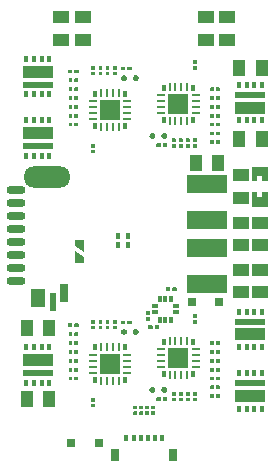
<source format=gbr>
G04*
G04 #@! TF.GenerationSoftware,Altium Limited,Altium Designer,24.8.2 (39)*
G04*
G04 Layer_Color=128*
%FSLAX25Y25*%
%MOIN*%
G70*
G04*
G04 #@! TF.SameCoordinates,30F909D6-0262-4237-A391-FF9CD089CF35*
G04*
G04*
G04 #@! TF.FilePolarity,Positive*
G04*
G01*
G75*
%ADD20R,0.01575X0.02362*%
%ADD21R,0.02756X0.04134*%
%ADD26R,0.09843X0.01968*%
%ADD27R,0.09843X0.03937*%
%ADD31R,0.01575X0.02126*%
%ADD33R,0.03937X0.05315*%
%ADD86R,0.06693X0.06693*%
%ADD95R,0.01968X0.01181*%
%ADD96R,0.01181X0.01968*%
%ADD97R,0.03150X0.02953*%
%ADD98R,0.05315X0.03937*%
%ADD99O,0.15748X0.07087*%
%ADD100R,0.03150X0.05906*%
%ADD101R,0.01968X0.05906*%
%ADD102O,0.06299X0.02756*%
%ADD103R,0.05118X0.06496*%
%ADD104R,0.02756X0.00984*%
%ADD105R,0.01339X0.01968*%
%ADD106R,0.00984X0.02756*%
%ADD107R,0.13780X0.06000*%
G36*
X68748Y138461D02*
Y137421D01*
X68654Y137327D01*
X67567D01*
X67472Y137421D01*
Y138461D01*
X67567Y138556D01*
X68654D01*
X68748Y138461D01*
D02*
G37*
G36*
Y136594D02*
Y135555D01*
X68654Y135460D01*
X67567D01*
X67472Y135555D01*
Y136594D01*
X67567Y136689D01*
X68654D01*
X68748Y136594D01*
D02*
G37*
G36*
X41976Y136493D02*
Y135453D01*
X41882Y135358D01*
X40795D01*
X40701Y135453D01*
Y136493D01*
X40795Y136587D01*
X41882D01*
X41976Y136493D01*
D02*
G37*
G36*
X39614D02*
Y135453D01*
X39520Y135358D01*
X38433D01*
X38339Y135453D01*
Y136493D01*
X38433Y136587D01*
X39520D01*
X39614Y136493D01*
D02*
G37*
G36*
X37252D02*
Y135453D01*
X37157Y135358D01*
X36071D01*
X35976Y135453D01*
Y136493D01*
X36071Y136587D01*
X37157D01*
X37252Y136493D01*
D02*
G37*
G36*
X34890D02*
Y135453D01*
X34795Y135358D01*
X33709D01*
X33614Y135453D01*
Y136493D01*
X33709Y136587D01*
X34795D01*
X34890Y136493D01*
D02*
G37*
G36*
X47080Y136370D02*
Y135284D01*
X46986Y135189D01*
X45689D01*
X45594Y135284D01*
Y136370D01*
X45689Y136465D01*
X46986D01*
X47080Y136370D01*
D02*
G37*
G36*
X44957D02*
Y135284D01*
X44862Y135189D01*
X43565D01*
X43471Y135284D01*
Y136370D01*
X43565Y136465D01*
X44862D01*
X44957Y136370D01*
D02*
G37*
G36*
X29364Y135386D02*
Y134299D01*
X29269Y134205D01*
X27972D01*
X27878Y134299D01*
Y135386D01*
X27972Y135480D01*
X29269D01*
X29364Y135386D01*
D02*
G37*
G36*
X27240D02*
Y134299D01*
X27146Y134205D01*
X25849D01*
X25754Y134299D01*
Y135386D01*
X25849Y135480D01*
X27146D01*
X27240Y135386D01*
D02*
G37*
G36*
X41976Y134626D02*
Y133586D01*
X41882Y133492D01*
X40795D01*
X40701Y133586D01*
Y134626D01*
X40795Y134721D01*
X41882D01*
X41976Y134626D01*
D02*
G37*
G36*
X39614D02*
Y133586D01*
X39520Y133492D01*
X38433D01*
X38339Y133586D01*
Y134626D01*
X38433Y134721D01*
X39520D01*
X39614Y134626D01*
D02*
G37*
G36*
X37252D02*
Y133586D01*
X37157Y133492D01*
X36071D01*
X35976Y133586D01*
Y134626D01*
X36071Y134721D01*
X37157D01*
X37252Y134626D01*
D02*
G37*
G36*
X34890D02*
Y133586D01*
X34795Y133492D01*
X33709D01*
X33614Y133586D01*
Y134626D01*
X33709Y134721D01*
X34795D01*
X34890Y134626D01*
D02*
G37*
G36*
X48522Y133661D02*
X48712Y133624D01*
X48891Y133549D01*
X49053Y133442D01*
X49190Y133305D01*
X49297Y133143D01*
X49372Y132964D01*
X49409Y132774D01*
Y132677D01*
Y132580D01*
X49372Y132390D01*
X49297Y132211D01*
X49190Y132050D01*
X49053Y131913D01*
X48891Y131805D01*
X48712Y131731D01*
X48522Y131693D01*
X48328D01*
X48138Y131731D01*
X47959Y131805D01*
X47798Y131913D01*
X47661Y132050D01*
X47553Y132211D01*
X47479Y132390D01*
X47441Y132580D01*
Y132677D01*
X47441Y132774D01*
X47479Y132964D01*
X47553Y133143D01*
X47661Y133305D01*
X47798Y133442D01*
X47959Y133549D01*
X48138Y133624D01*
X48328Y133661D01*
X48425D01*
X48522Y133661D01*
D02*
G37*
G36*
X44585D02*
X44775Y133624D01*
X44954Y133549D01*
X45116Y133442D01*
X45253Y133305D01*
X45360Y133143D01*
X45435Y132964D01*
X45472Y132774D01*
Y132677D01*
Y132580D01*
X45435Y132390D01*
X45360Y132211D01*
X45253Y132050D01*
X45116Y131913D01*
X44954Y131805D01*
X44775Y131731D01*
X44585Y131693D01*
X44391D01*
X44201Y131731D01*
X44022Y131805D01*
X43861Y131913D01*
X43724Y132050D01*
X43616Y132211D01*
X43542Y132390D01*
X43504Y132580D01*
Y132677D01*
X43504Y132774D01*
X43542Y132964D01*
X43616Y133143D01*
X43724Y133305D01*
X43861Y133442D01*
X44022Y133549D01*
X44201Y133624D01*
X44391Y133661D01*
X44488D01*
X44585Y133661D01*
D02*
G37*
G36*
X29107Y132433D02*
Y131346D01*
X29012Y131252D01*
X27972D01*
X27878Y131346D01*
Y132433D01*
X27972Y132528D01*
X29012D01*
X29107Y132433D01*
D02*
G37*
G36*
X27240D02*
Y131346D01*
X27146Y131252D01*
X26106D01*
X26011Y131346D01*
Y132433D01*
X26106Y132528D01*
X27146D01*
X27240Y132433D01*
D02*
G37*
G36*
X76351Y129480D02*
Y128394D01*
X76256Y128299D01*
X75217D01*
X75122Y128394D01*
Y129480D01*
X75217Y129575D01*
X76256D01*
X76351Y129480D01*
D02*
G37*
G36*
X74484D02*
Y128394D01*
X74390Y128299D01*
X73350D01*
X73255Y128394D01*
Y129480D01*
X73350Y129575D01*
X74390D01*
X74484Y129480D01*
D02*
G37*
G36*
X29107D02*
Y128394D01*
X29012Y128299D01*
X27972D01*
X27878Y128394D01*
Y129480D01*
X27972Y129575D01*
X29012D01*
X29107Y129480D01*
D02*
G37*
G36*
X27240D02*
Y128394D01*
X27146Y128299D01*
X26106D01*
X26011Y128394D01*
Y129480D01*
X26106Y129575D01*
X27146D01*
X27240Y129480D01*
D02*
G37*
G36*
X76351Y126528D02*
Y125441D01*
X76256Y125347D01*
X75217D01*
X75122Y125441D01*
Y126528D01*
X75217Y126622D01*
X76256D01*
X76351Y126528D01*
D02*
G37*
G36*
X74484D02*
Y125441D01*
X74390Y125347D01*
X73350D01*
X73255Y125441D01*
Y126528D01*
X73350Y126622D01*
X74390D01*
X74484Y126528D01*
D02*
G37*
G36*
X29107D02*
Y125441D01*
X29012Y125347D01*
X27972D01*
X27878Y125441D01*
Y126528D01*
X27972Y126622D01*
X29012D01*
X29107Y126528D01*
D02*
G37*
G36*
X27240D02*
Y125441D01*
X27146Y125347D01*
X26106D01*
X26011Y125441D01*
Y126528D01*
X26106Y126622D01*
X27146D01*
X27240Y126528D01*
D02*
G37*
G36*
X76351Y123575D02*
Y122488D01*
X76256Y122394D01*
X75217D01*
X75122Y122488D01*
Y123575D01*
X75217Y123669D01*
X76256D01*
X76351Y123575D01*
D02*
G37*
G36*
X74484D02*
Y122488D01*
X74390Y122394D01*
X73350D01*
X73255Y122488D01*
Y123575D01*
X73350Y123669D01*
X74390D01*
X74484Y123575D01*
D02*
G37*
G36*
X29107D02*
Y122488D01*
X29012Y122394D01*
X27972D01*
X27878Y122488D01*
Y123575D01*
X27972Y123669D01*
X29012D01*
X29107Y123575D01*
D02*
G37*
G36*
X27240D02*
Y122488D01*
X27146Y122394D01*
X26106D01*
X26011Y122488D01*
Y123575D01*
X26106Y123669D01*
X27146D01*
X27240Y123575D01*
D02*
G37*
G36*
X76351Y120622D02*
Y119535D01*
X76256Y119441D01*
X75217D01*
X75122Y119535D01*
Y120622D01*
X75217Y120717D01*
X76256D01*
X76351Y120622D01*
D02*
G37*
G36*
X74484D02*
Y119535D01*
X74390Y119441D01*
X73350D01*
X73255Y119535D01*
Y120622D01*
X73350Y120717D01*
X74390D01*
X74484Y120622D01*
D02*
G37*
G36*
X29107D02*
Y119535D01*
X29012Y119441D01*
X27972D01*
X27878Y119535D01*
Y120622D01*
X27972Y120717D01*
X29012D01*
X29107Y120622D01*
D02*
G37*
G36*
X27240D02*
Y119535D01*
X27146Y119441D01*
X26106D01*
X26011Y119535D01*
Y120622D01*
X26106Y120717D01*
X27146D01*
X27240Y120622D01*
D02*
G37*
G36*
X76351Y117669D02*
Y116583D01*
X76256Y116488D01*
X75217D01*
X75122Y116583D01*
Y117669D01*
X75217Y117764D01*
X76256D01*
X76351Y117669D01*
D02*
G37*
G36*
X74484D02*
Y116583D01*
X74390Y116488D01*
X73350D01*
X73255Y116583D01*
Y117669D01*
X73350Y117764D01*
X74390D01*
X74484Y117669D01*
D02*
G37*
G36*
X29107D02*
Y116583D01*
X29012Y116488D01*
X27972D01*
X27878Y116583D01*
Y117669D01*
X27972Y117764D01*
X29012D01*
X29107Y117669D01*
D02*
G37*
G36*
X27240D02*
Y116583D01*
X27146Y116488D01*
X26106D01*
X26011Y116583D01*
Y117669D01*
X26106Y117764D01*
X27146D01*
X27240Y117669D01*
D02*
G37*
G36*
X76351Y114716D02*
Y113630D01*
X76256Y113535D01*
X75217D01*
X75122Y113630D01*
Y114716D01*
X75217Y114811D01*
X76256D01*
X76351Y114716D01*
D02*
G37*
G36*
X74484D02*
Y113630D01*
X74390Y113535D01*
X73350D01*
X73255Y113630D01*
Y114716D01*
X73350Y114811D01*
X74390D01*
X74484Y114716D01*
D02*
G37*
G36*
X57971Y114370D02*
X58161Y114332D01*
X58340Y114258D01*
X58501Y114150D01*
X58639Y114013D01*
X58746Y113852D01*
X58820Y113673D01*
X58858Y113483D01*
Y113386D01*
Y113289D01*
X58820Y113099D01*
X58746Y112920D01*
X58639Y112758D01*
X58501Y112621D01*
X58340Y112514D01*
X58161Y112439D01*
X57971Y112402D01*
X57777D01*
X57587Y112439D01*
X57408Y112514D01*
X57247Y112621D01*
X57109Y112758D01*
X57002Y112920D01*
X56928Y113099D01*
X56890Y113289D01*
Y113386D01*
X56890Y113483D01*
X56928Y113673D01*
X57002Y113852D01*
X57109Y114013D01*
X57247Y114150D01*
X57408Y114258D01*
X57587Y114332D01*
X57777Y114370D01*
X57874D01*
X57971Y114370D01*
D02*
G37*
G36*
X54034D02*
X54224Y114332D01*
X54403Y114258D01*
X54564Y114150D01*
X54702Y114013D01*
X54809Y113852D01*
X54883Y113673D01*
X54921Y113483D01*
Y113386D01*
Y113289D01*
X54883Y113099D01*
X54809Y112920D01*
X54702Y112758D01*
X54564Y112621D01*
X54403Y112514D01*
X54224Y112439D01*
X54034Y112402D01*
X53840D01*
X53650Y112439D01*
X53471Y112514D01*
X53310Y112621D01*
X53172Y112758D01*
X53065Y112920D01*
X52991Y113099D01*
X52953Y113289D01*
Y113386D01*
X52953Y113483D01*
X52991Y113673D01*
X53065Y113852D01*
X53172Y114013D01*
X53310Y114150D01*
X53471Y114258D01*
X53650Y114332D01*
X53840Y114370D01*
X53937D01*
X54034Y114370D01*
D02*
G37*
G36*
X68748Y112477D02*
Y111437D01*
X68654Y111343D01*
X67567D01*
X67472Y111437D01*
Y112477D01*
X67567Y112571D01*
X68654D01*
X68748Y112477D01*
D02*
G37*
G36*
X66386D02*
Y111437D01*
X66291Y111343D01*
X65205D01*
X65110Y111437D01*
Y112477D01*
X65205Y112571D01*
X66291D01*
X66386Y112477D01*
D02*
G37*
G36*
X64024D02*
Y111437D01*
X63929Y111343D01*
X62843D01*
X62748Y111437D01*
Y112477D01*
X62843Y112571D01*
X63929D01*
X64024Y112477D01*
D02*
G37*
G36*
X61661D02*
Y111437D01*
X61567Y111343D01*
X60480D01*
X60386Y111437D01*
Y112477D01*
X60480Y112571D01*
X61567D01*
X61661Y112477D01*
D02*
G37*
G36*
X76608Y111764D02*
Y110677D01*
X76513Y110583D01*
X75217D01*
X75122Y110677D01*
Y111764D01*
X75217Y111858D01*
X76513D01*
X76608Y111764D01*
D02*
G37*
G36*
X74484D02*
Y110677D01*
X74390Y110583D01*
X73093D01*
X72998Y110677D01*
Y111764D01*
X73093Y111858D01*
X74390D01*
X74484Y111764D01*
D02*
G37*
G36*
X58891Y110780D02*
Y109693D01*
X58797Y109598D01*
X57500D01*
X57406Y109693D01*
Y110780D01*
X57500Y110874D01*
X58797D01*
X58891Y110780D01*
D02*
G37*
G36*
X56768D02*
Y109693D01*
X56673Y109598D01*
X55376D01*
X55282Y109693D01*
Y110780D01*
X55376Y110874D01*
X56673D01*
X56768Y110780D01*
D02*
G37*
G36*
X68748Y110610D02*
Y109570D01*
X68654Y109476D01*
X67567D01*
X67472Y109570D01*
Y110610D01*
X67567Y110705D01*
X68654D01*
X68748Y110610D01*
D02*
G37*
G36*
X66386D02*
Y109570D01*
X66291Y109476D01*
X65205D01*
X65110Y109570D01*
Y110610D01*
X65205Y110705D01*
X66291D01*
X66386Y110610D01*
D02*
G37*
G36*
X64024D02*
Y109570D01*
X63929Y109476D01*
X62843D01*
X62748Y109570D01*
Y110610D01*
X62843Y110705D01*
X63929D01*
X64024Y110610D01*
D02*
G37*
G36*
X61661D02*
Y109570D01*
X61567Y109476D01*
X60480D01*
X60386Y109570D01*
Y110610D01*
X60480Y110705D01*
X61567D01*
X61661Y110610D01*
D02*
G37*
G36*
X34890Y110508D02*
Y109468D01*
X34795Y109374D01*
X33709D01*
X33614Y109468D01*
Y110508D01*
X33709Y110603D01*
X34795D01*
X34890Y110508D01*
D02*
G37*
G36*
Y108642D02*
Y107602D01*
X34795Y107507D01*
X33709D01*
X33614Y107602D01*
Y108642D01*
X33709Y108736D01*
X34795D01*
X34890Y108642D01*
D02*
G37*
G36*
X92480Y102953D02*
Y98425D01*
X92283Y98228D01*
X90630Y98248D01*
Y99980D01*
X88858D01*
Y98209D01*
X87244Y98228D01*
X87047Y98425D01*
Y102953D01*
X87244Y103150D01*
X92283D01*
X92480Y102953D01*
D02*
G37*
G36*
Y94488D02*
Y89961D01*
X92283Y89764D01*
X87244D01*
X87047Y89961D01*
Y94488D01*
X87244Y94685D01*
X88858Y94665D01*
Y92933D01*
X90630D01*
Y94685D01*
X92283Y94685D01*
X92480Y94488D01*
D02*
G37*
G36*
X31028Y74553D02*
X28028Y76553D01*
Y78553D01*
X31028D01*
Y74553D01*
D02*
G37*
G36*
X31028Y73053D02*
Y71053D01*
X28028D01*
Y75053D01*
X31028Y73053D01*
D02*
G37*
G36*
X62041Y62748D02*
Y61661D01*
X61947Y61567D01*
X60650D01*
X60555Y61661D01*
Y62748D01*
X60650Y62843D01*
X61947D01*
X62041Y62748D01*
D02*
G37*
G36*
X59917D02*
Y61661D01*
X59823Y61567D01*
X58526D01*
X58431Y61661D01*
Y62748D01*
X58526Y62843D01*
X59823D01*
X59917Y62748D01*
D02*
G37*
G36*
X53000Y55057D02*
Y53760D01*
X52905Y53665D01*
X51819D01*
X51724Y53760D01*
Y55057D01*
X51819Y55151D01*
X52905D01*
X53000Y55057D01*
D02*
G37*
G36*
X68748Y53816D02*
Y52776D01*
X68654Y52681D01*
X67567D01*
X67472Y52776D01*
Y53816D01*
X67567Y53910D01*
X68654D01*
X68748Y53816D01*
D02*
G37*
G36*
X53000Y52933D02*
Y51636D01*
X52905Y51542D01*
X51819D01*
X51724Y51636D01*
Y52933D01*
X51819Y53028D01*
X52905D01*
X53000Y52933D01*
D02*
G37*
G36*
X68748Y51949D02*
Y50909D01*
X68654Y50814D01*
X67567D01*
X67472Y50909D01*
Y51949D01*
X67567Y52043D01*
X68654D01*
X68748Y51949D01*
D02*
G37*
G36*
X41976Y51847D02*
Y50807D01*
X41882Y50713D01*
X40795D01*
X40701Y50807D01*
Y51847D01*
X40795Y51941D01*
X41882D01*
X41976Y51847D01*
D02*
G37*
G36*
X39614D02*
Y50807D01*
X39520Y50713D01*
X38433D01*
X38339Y50807D01*
Y51847D01*
X38433Y51941D01*
X39520D01*
X39614Y51847D01*
D02*
G37*
G36*
X37252D02*
Y50807D01*
X37157Y50713D01*
X36071D01*
X35976Y50807D01*
Y51847D01*
X36071Y51941D01*
X37157D01*
X37252Y51847D01*
D02*
G37*
G36*
X34890D02*
Y50807D01*
X34795Y50713D01*
X33709D01*
X33614Y50807D01*
Y51847D01*
X33709Y51941D01*
X34795D01*
X34890Y51847D01*
D02*
G37*
G36*
X47080Y51724D02*
Y50638D01*
X46986Y50543D01*
X45689D01*
X45594Y50638D01*
Y51724D01*
X45689Y51819D01*
X46986D01*
X47080Y51724D01*
D02*
G37*
G36*
X44957D02*
Y50638D01*
X44862Y50543D01*
X43565D01*
X43471Y50638D01*
Y51724D01*
X43565Y51819D01*
X44862D01*
X44957Y51724D01*
D02*
G37*
G36*
X29364Y50740D02*
Y49654D01*
X29269Y49559D01*
X27972D01*
X27878Y49654D01*
Y50740D01*
X27972Y50835D01*
X29269D01*
X29364Y50740D01*
D02*
G37*
G36*
X27240D02*
Y49654D01*
X27146Y49559D01*
X25849D01*
X25754Y49654D01*
Y50740D01*
X25849Y50835D01*
X27146D01*
X27240Y50740D01*
D02*
G37*
G36*
X56136Y50150D02*
Y49063D01*
X56041Y48968D01*
X54744D01*
X54650Y49063D01*
Y50150D01*
X54744Y50244D01*
X56041D01*
X56136Y50150D01*
D02*
G37*
G36*
X54012D02*
Y49063D01*
X53917Y48968D01*
X52620D01*
X52526Y49063D01*
Y50150D01*
X52620Y50244D01*
X53917D01*
X54012Y50150D01*
D02*
G37*
G36*
X41976Y49980D02*
Y48940D01*
X41882Y48846D01*
X40795D01*
X40701Y48940D01*
Y49980D01*
X40795Y50075D01*
X41882D01*
X41976Y49980D01*
D02*
G37*
G36*
X39614D02*
Y48940D01*
X39520Y48846D01*
X38433D01*
X38339Y48940D01*
Y49980D01*
X38433Y50075D01*
X39520D01*
X39614Y49980D01*
D02*
G37*
G36*
X37252D02*
Y48940D01*
X37157Y48846D01*
X36071D01*
X35976Y48940D01*
Y49980D01*
X36071Y50075D01*
X37157D01*
X37252Y49980D01*
D02*
G37*
G36*
X34890D02*
Y48940D01*
X34795Y48846D01*
X33709D01*
X33614Y48940D01*
Y49980D01*
X33709Y50075D01*
X34795D01*
X34890Y49980D01*
D02*
G37*
G36*
X48522Y49016D02*
X48712Y48978D01*
X48891Y48904D01*
X49053Y48796D01*
X49190Y48659D01*
X49297Y48498D01*
X49372Y48319D01*
X49409Y48128D01*
Y48031D01*
Y47935D01*
X49372Y47744D01*
X49297Y47565D01*
X49190Y47404D01*
X49053Y47267D01*
X48891Y47159D01*
X48712Y47085D01*
X48522Y47047D01*
X48328D01*
X48138Y47085D01*
X47959Y47159D01*
X47798Y47267D01*
X47661Y47404D01*
X47553Y47565D01*
X47479Y47744D01*
X47441Y47935D01*
Y48031D01*
X47441Y48128D01*
X47479Y48319D01*
X47553Y48498D01*
X47661Y48659D01*
X47798Y48796D01*
X47959Y48904D01*
X48138Y48978D01*
X48328Y49016D01*
X48425D01*
X48522Y49016D01*
D02*
G37*
G36*
X44585D02*
X44775Y48978D01*
X44954Y48904D01*
X45116Y48796D01*
X45253Y48659D01*
X45360Y48498D01*
X45435Y48319D01*
X45472Y48128D01*
Y48031D01*
Y47935D01*
X45435Y47744D01*
X45360Y47565D01*
X45253Y47404D01*
X45116Y47267D01*
X44954Y47159D01*
X44775Y47085D01*
X44585Y47047D01*
X44391D01*
X44201Y47085D01*
X44022Y47159D01*
X43861Y47267D01*
X43724Y47404D01*
X43616Y47565D01*
X43542Y47744D01*
X43504Y47935D01*
Y48031D01*
X43504Y48128D01*
X43542Y48319D01*
X43616Y48498D01*
X43724Y48659D01*
X43861Y48796D01*
X44022Y48904D01*
X44201Y48978D01*
X44391Y49016D01*
X44488D01*
X44585Y49016D01*
D02*
G37*
G36*
X29107Y47787D02*
Y46701D01*
X29012Y46606D01*
X27972D01*
X27878Y46701D01*
Y47787D01*
X27972Y47882D01*
X29012D01*
X29107Y47787D01*
D02*
G37*
G36*
X27240D02*
Y46701D01*
X27146Y46606D01*
X26106D01*
X26011Y46701D01*
Y47787D01*
X26106Y47882D01*
X27146D01*
X27240Y47787D01*
D02*
G37*
G36*
X76351Y44835D02*
Y43748D01*
X76256Y43654D01*
X75217D01*
X75122Y43748D01*
Y44835D01*
X75217Y44929D01*
X76256D01*
X76351Y44835D01*
D02*
G37*
G36*
X74484D02*
Y43748D01*
X74390Y43654D01*
X73350D01*
X73255Y43748D01*
Y44835D01*
X73350Y44929D01*
X74390D01*
X74484Y44835D01*
D02*
G37*
G36*
X29107D02*
Y43748D01*
X29012Y43654D01*
X27972D01*
X27878Y43748D01*
Y44835D01*
X27972Y44929D01*
X29012D01*
X29107Y44835D01*
D02*
G37*
G36*
X27240D02*
Y43748D01*
X27146Y43654D01*
X26106D01*
X26011Y43748D01*
Y44835D01*
X26106Y44929D01*
X27146D01*
X27240Y44835D01*
D02*
G37*
G36*
X76351Y41882D02*
Y40795D01*
X76256Y40701D01*
X75217D01*
X75122Y40795D01*
Y41882D01*
X75217Y41976D01*
X76256D01*
X76351Y41882D01*
D02*
G37*
G36*
X74484D02*
Y40795D01*
X74390Y40701D01*
X73350D01*
X73255Y40795D01*
Y41882D01*
X73350Y41976D01*
X74390D01*
X74484Y41882D01*
D02*
G37*
G36*
X29107D02*
Y40795D01*
X29012Y40701D01*
X27972D01*
X27878Y40795D01*
Y41882D01*
X27972Y41976D01*
X29012D01*
X29107Y41882D01*
D02*
G37*
G36*
X27240D02*
Y40795D01*
X27146Y40701D01*
X26106D01*
X26011Y40795D01*
Y41882D01*
X26106Y41976D01*
X27146D01*
X27240Y41882D01*
D02*
G37*
G36*
X76351Y38929D02*
Y37843D01*
X76256Y37748D01*
X75217D01*
X75122Y37843D01*
Y38929D01*
X75217Y39024D01*
X76256D01*
X76351Y38929D01*
D02*
G37*
G36*
X74484D02*
Y37843D01*
X74390Y37748D01*
X73350D01*
X73255Y37843D01*
Y38929D01*
X73350Y39024D01*
X74390D01*
X74484Y38929D01*
D02*
G37*
G36*
X29107D02*
Y37843D01*
X29012Y37748D01*
X27972D01*
X27878Y37843D01*
Y38929D01*
X27972Y39024D01*
X29012D01*
X29107Y38929D01*
D02*
G37*
G36*
X27240D02*
Y37843D01*
X27146Y37748D01*
X26106D01*
X26011Y37843D01*
Y38929D01*
X26106Y39024D01*
X27146D01*
X27240Y38929D01*
D02*
G37*
G36*
X76351Y35976D02*
Y34890D01*
X76256Y34795D01*
X75217D01*
X75122Y34890D01*
Y35976D01*
X75217Y36071D01*
X76256D01*
X76351Y35976D01*
D02*
G37*
G36*
X74484D02*
Y34890D01*
X74390Y34795D01*
X73350D01*
X73255Y34890D01*
Y35976D01*
X73350Y36071D01*
X74390D01*
X74484Y35976D01*
D02*
G37*
G36*
X29107D02*
Y34890D01*
X29012Y34795D01*
X27972D01*
X27878Y34890D01*
Y35976D01*
X27972Y36071D01*
X29012D01*
X29107Y35976D01*
D02*
G37*
G36*
X27240D02*
Y34890D01*
X27146Y34795D01*
X26106D01*
X26011Y34890D01*
Y35976D01*
X26106Y36071D01*
X27146D01*
X27240Y35976D01*
D02*
G37*
G36*
X76351Y33024D02*
Y31937D01*
X76256Y31842D01*
X75217D01*
X75122Y31937D01*
Y33024D01*
X75217Y33118D01*
X76256D01*
X76351Y33024D01*
D02*
G37*
G36*
X74484D02*
Y31937D01*
X74390Y31842D01*
X73350D01*
X73255Y31937D01*
Y33024D01*
X73350Y33118D01*
X74390D01*
X74484Y33024D01*
D02*
G37*
G36*
X29107D02*
Y31937D01*
X29012Y31842D01*
X27972D01*
X27878Y31937D01*
Y33024D01*
X27972Y33118D01*
X29012D01*
X29107Y33024D01*
D02*
G37*
G36*
X27240D02*
Y31937D01*
X27146Y31842D01*
X26106D01*
X26011Y31937D01*
Y33024D01*
X26106Y33118D01*
X27146D01*
X27240Y33024D01*
D02*
G37*
G36*
X76351Y30071D02*
Y28984D01*
X76256Y28890D01*
X75217D01*
X75122Y28984D01*
Y30071D01*
X75217Y30165D01*
X76256D01*
X76351Y30071D01*
D02*
G37*
G36*
X74484D02*
Y28984D01*
X74390Y28890D01*
X73350D01*
X73255Y28984D01*
Y30071D01*
X73350Y30165D01*
X74390D01*
X74484Y30071D01*
D02*
G37*
G36*
X57971Y29724D02*
X58161Y29687D01*
X58340Y29612D01*
X58501Y29505D01*
X58639Y29368D01*
X58746Y29206D01*
X58820Y29027D01*
X58858Y28837D01*
Y28740D01*
Y28643D01*
X58820Y28453D01*
X58746Y28274D01*
X58639Y28113D01*
X58501Y27976D01*
X58340Y27868D01*
X58161Y27794D01*
X57971Y27756D01*
X57777D01*
X57587Y27794D01*
X57408Y27868D01*
X57247Y27976D01*
X57109Y28113D01*
X57002Y28274D01*
X56928Y28453D01*
X56890Y28643D01*
Y28740D01*
X56890Y28837D01*
X56928Y29027D01*
X57002Y29206D01*
X57109Y29368D01*
X57247Y29505D01*
X57408Y29612D01*
X57587Y29687D01*
X57777Y29724D01*
X57874D01*
X57971Y29724D01*
D02*
G37*
G36*
X54034D02*
X54224Y29687D01*
X54403Y29612D01*
X54564Y29505D01*
X54702Y29368D01*
X54809Y29206D01*
X54883Y29027D01*
X54921Y28837D01*
Y28740D01*
Y28643D01*
X54883Y28453D01*
X54809Y28274D01*
X54702Y28113D01*
X54564Y27976D01*
X54403Y27868D01*
X54224Y27794D01*
X54034Y27756D01*
X53840D01*
X53650Y27794D01*
X53471Y27868D01*
X53310Y27976D01*
X53172Y28113D01*
X53065Y28274D01*
X52991Y28453D01*
X52953Y28643D01*
Y28740D01*
X52953Y28837D01*
X52991Y29027D01*
X53065Y29206D01*
X53172Y29368D01*
X53310Y29505D01*
X53471Y29612D01*
X53650Y29687D01*
X53840Y29724D01*
X53937D01*
X54034Y29724D01*
D02*
G37*
G36*
X68748Y27831D02*
Y26791D01*
X68654Y26697D01*
X67567D01*
X67472Y26791D01*
Y27831D01*
X67567Y27926D01*
X68654D01*
X68748Y27831D01*
D02*
G37*
G36*
X66386D02*
Y26791D01*
X66291Y26697D01*
X65205D01*
X65110Y26791D01*
Y27831D01*
X65205Y27926D01*
X66291D01*
X66386Y27831D01*
D02*
G37*
G36*
X64024D02*
Y26791D01*
X63929Y26697D01*
X62843D01*
X62748Y26791D01*
Y27831D01*
X62843Y27926D01*
X63929D01*
X64024Y27831D01*
D02*
G37*
G36*
X61661D02*
Y26791D01*
X61567Y26697D01*
X60480D01*
X60386Y26791D01*
Y27831D01*
X60480Y27926D01*
X61567D01*
X61661Y27831D01*
D02*
G37*
G36*
X76608Y27118D02*
Y26032D01*
X76513Y25937D01*
X75217D01*
X75122Y26032D01*
Y27118D01*
X75217Y27213D01*
X76513D01*
X76608Y27118D01*
D02*
G37*
G36*
X74484D02*
Y26032D01*
X74390Y25937D01*
X73093D01*
X72998Y26032D01*
Y27118D01*
X73093Y27213D01*
X74390D01*
X74484Y27118D01*
D02*
G37*
G36*
X58891Y26134D02*
Y25047D01*
X58797Y24953D01*
X57500D01*
X57406Y25047D01*
Y26134D01*
X57500Y26228D01*
X58797D01*
X58891Y26134D01*
D02*
G37*
G36*
X56768D02*
Y25047D01*
X56673Y24953D01*
X55376D01*
X55282Y25047D01*
Y26134D01*
X55376Y26228D01*
X56673D01*
X56768Y26134D01*
D02*
G37*
G36*
X68748Y25965D02*
Y24925D01*
X68654Y24830D01*
X67567D01*
X67472Y24925D01*
Y25965D01*
X67567Y26059D01*
X68654D01*
X68748Y25965D01*
D02*
G37*
G36*
X66386D02*
Y24925D01*
X66291Y24830D01*
X65205D01*
X65110Y24925D01*
Y25965D01*
X65205Y26059D01*
X66291D01*
X66386Y25965D01*
D02*
G37*
G36*
X64024D02*
Y24925D01*
X63929Y24830D01*
X62843D01*
X62748Y24925D01*
Y25965D01*
X62843Y26059D01*
X63929D01*
X64024Y25965D01*
D02*
G37*
G36*
X61661D02*
Y24925D01*
X61567Y24830D01*
X60480D01*
X60386Y24925D01*
Y25965D01*
X60480Y26059D01*
X61567D01*
X61661Y25965D01*
D02*
G37*
G36*
X34890Y25863D02*
Y24823D01*
X34795Y24728D01*
X33709D01*
X33614Y24823D01*
Y25863D01*
X33709Y25957D01*
X34795D01*
X34890Y25863D01*
D02*
G37*
G36*
Y23996D02*
Y22956D01*
X34795Y22862D01*
X33709D01*
X33614Y22956D01*
Y23996D01*
X33709Y24091D01*
X34795D01*
X34890Y23996D01*
D02*
G37*
G36*
X54772Y23304D02*
Y22264D01*
X54677Y22169D01*
X53591D01*
X53496Y22264D01*
Y23304D01*
X53591Y23398D01*
X54677D01*
X54772Y23304D01*
D02*
G37*
G36*
X52803D02*
Y22264D01*
X52709Y22169D01*
X51622D01*
X51528Y22264D01*
Y23304D01*
X51622Y23398D01*
X52709D01*
X52803Y23304D01*
D02*
G37*
G36*
X50835D02*
Y22264D01*
X50740Y22169D01*
X49654D01*
X49559Y22264D01*
Y23304D01*
X49654Y23398D01*
X50740D01*
X50835Y23304D01*
D02*
G37*
G36*
X48866D02*
Y22264D01*
X48772Y22169D01*
X47685D01*
X47591Y22264D01*
Y23304D01*
X47685Y23398D01*
X48772D01*
X48866Y23304D01*
D02*
G37*
G36*
X54772Y21437D02*
Y20397D01*
X54677Y20303D01*
X53591D01*
X53496Y20397D01*
Y21437D01*
X53591Y21531D01*
X54677D01*
X54772Y21437D01*
D02*
G37*
G36*
X52803D02*
Y20397D01*
X52709Y20303D01*
X51622D01*
X51528Y20397D01*
Y21437D01*
X51622Y21531D01*
X52709D01*
X52803Y21437D01*
D02*
G37*
G36*
X50835D02*
Y20397D01*
X50740Y20303D01*
X49654D01*
X49559Y20397D01*
Y21437D01*
X49654Y21531D01*
X50740D01*
X50835Y21437D01*
D02*
G37*
G36*
X48866D02*
Y20397D01*
X48772Y20303D01*
X47685D01*
X47591Y20397D01*
Y21437D01*
X47685Y21531D01*
X48772D01*
X48866Y21437D01*
D02*
G37*
D20*
X45276Y12549D02*
D03*
X47639D02*
D03*
X50000D02*
D03*
X52363D02*
D03*
X54725D02*
D03*
X57087D02*
D03*
X19587Y31102D02*
D03*
X17028D02*
D03*
X14469D02*
D03*
X11909D02*
D03*
Y42913D02*
D03*
X14469D02*
D03*
X17028D02*
D03*
X19587D02*
D03*
Y118504D02*
D03*
X17028D02*
D03*
X14469D02*
D03*
X11909D02*
D03*
Y106693D02*
D03*
X14469D02*
D03*
X17028D02*
D03*
X19587D02*
D03*
Y127165D02*
D03*
X17028D02*
D03*
X14469D02*
D03*
X11909D02*
D03*
Y138976D02*
D03*
X14469D02*
D03*
X17028D02*
D03*
X19587D02*
D03*
X82776Y130315D02*
D03*
X85335D02*
D03*
X87894D02*
D03*
X90453D02*
D03*
Y118504D02*
D03*
X87894D02*
D03*
X85335D02*
D03*
X82776D02*
D03*
Y54724D02*
D03*
X85335D02*
D03*
X87894D02*
D03*
X90453D02*
D03*
Y42913D02*
D03*
X87894D02*
D03*
X85335D02*
D03*
X82776D02*
D03*
Y22441D02*
D03*
X85335D02*
D03*
X87894D02*
D03*
X90453D02*
D03*
Y34252D02*
D03*
X87894D02*
D03*
X85335D02*
D03*
X82776D02*
D03*
D21*
X60827Y7136D02*
D03*
X41536D02*
D03*
D26*
X15747Y34370D02*
D03*
Y109961D02*
D03*
Y130433D02*
D03*
X86615Y127047D02*
D03*
Y51456D02*
D03*
Y30984D02*
D03*
D27*
X15747Y38662D02*
D03*
Y114253D02*
D03*
Y134725D02*
D03*
X86615Y122755D02*
D03*
Y47164D02*
D03*
Y26692D02*
D03*
D31*
X45669Y76968D02*
D03*
X42520D02*
D03*
Y80118D02*
D03*
X45669D02*
D03*
D33*
X68307Y104331D02*
D03*
X75787D02*
D03*
X12008Y49213D02*
D03*
X19488D02*
D03*
Y25591D02*
D03*
X12008D02*
D03*
X90354Y112205D02*
D03*
X82874D02*
D03*
X90354Y135827D02*
D03*
X82874D02*
D03*
D86*
X62604Y124015D02*
D03*
X39758Y37402D02*
D03*
Y122048D02*
D03*
X62604Y39370D02*
D03*
D95*
X54838Y54528D02*
D03*
Y56496D02*
D03*
X61698D02*
D03*
Y54528D02*
D03*
D96*
X56300Y58934D02*
D03*
X58268D02*
D03*
X60237D02*
D03*
Y52090D02*
D03*
X58268D02*
D03*
X56300D02*
D03*
D97*
X36113Y10827D02*
D03*
X26880D02*
D03*
X67037Y57874D02*
D03*
X76270D02*
D03*
D98*
X71653Y145472D02*
D03*
Y152953D02*
D03*
X30709Y145472D02*
D03*
Y152953D02*
D03*
X23622D02*
D03*
Y145472D02*
D03*
X78740Y152953D02*
D03*
Y145472D02*
D03*
X83465Y61221D02*
D03*
Y68701D02*
D03*
X89764Y61221D02*
D03*
Y68701D02*
D03*
X83465Y92716D02*
D03*
Y100197D02*
D03*
Y84449D02*
D03*
Y76968D02*
D03*
X89764Y84449D02*
D03*
Y76968D02*
D03*
D99*
X18700Y99488D02*
D03*
D100*
X24606Y61102D02*
D03*
D101*
X20708Y57992D02*
D03*
D102*
X8464Y64842D02*
D03*
Y69173D02*
D03*
Y73503D02*
D03*
Y77834D02*
D03*
Y82165D02*
D03*
Y86496D02*
D03*
Y90826D02*
D03*
Y95157D02*
D03*
D103*
X15787Y59409D02*
D03*
D104*
X68313Y121062D02*
D03*
Y123031D02*
D03*
Y125000D02*
D03*
Y126968D02*
D03*
X56884D02*
D03*
Y125000D02*
D03*
Y123031D02*
D03*
Y121062D02*
D03*
X45478Y40355D02*
D03*
Y38386D02*
D03*
Y36417D02*
D03*
Y34449D02*
D03*
X34049D02*
D03*
Y36417D02*
D03*
Y38386D02*
D03*
Y40355D02*
D03*
Y125001D02*
D03*
Y123032D02*
D03*
Y121063D02*
D03*
Y119095D02*
D03*
X45478D02*
D03*
Y121063D02*
D03*
Y123032D02*
D03*
Y125001D02*
D03*
X56884Y36417D02*
D03*
Y38386D02*
D03*
Y40355D02*
D03*
Y42323D02*
D03*
X68313D02*
D03*
Y40355D02*
D03*
Y38386D02*
D03*
Y36417D02*
D03*
D105*
X67526Y129436D02*
D03*
X57683D02*
D03*
Y118595D02*
D03*
X67526D02*
D03*
X34836Y42822D02*
D03*
X44679D02*
D03*
Y31981D02*
D03*
X34836D02*
D03*
Y116627D02*
D03*
X44679D02*
D03*
Y127468D02*
D03*
X34836D02*
D03*
X67526Y33950D02*
D03*
X57683D02*
D03*
Y44791D02*
D03*
X67526D02*
D03*
D106*
X65557Y129724D02*
D03*
X63589D02*
D03*
X61620D02*
D03*
X59652D02*
D03*
Y118307D02*
D03*
X61620D02*
D03*
X63589D02*
D03*
X65557D02*
D03*
X36805Y43110D02*
D03*
X38773D02*
D03*
X40742D02*
D03*
X42710D02*
D03*
Y31693D02*
D03*
X40742D02*
D03*
X38773D02*
D03*
X36805D02*
D03*
Y116339D02*
D03*
X38773D02*
D03*
X40742D02*
D03*
X42710D02*
D03*
Y127756D02*
D03*
X40742D02*
D03*
X38773D02*
D03*
X36805D02*
D03*
X65557Y33662D02*
D03*
X63589D02*
D03*
X61620D02*
D03*
X59652D02*
D03*
Y45079D02*
D03*
X61620D02*
D03*
X63589D02*
D03*
X65557D02*
D03*
D107*
X72047Y64079D02*
D03*
Y76079D02*
D03*
Y85339D02*
D03*
Y97339D02*
D03*
M02*

</source>
